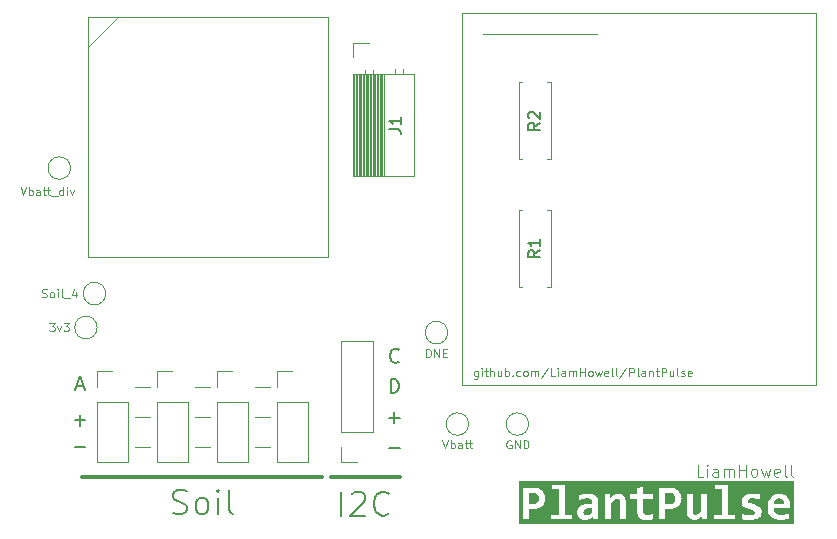
<source format=gbr>
%TF.GenerationSoftware,KiCad,Pcbnew,8.0.0*%
%TF.CreationDate,2024-05-08T00:57:59+10:00*%
%TF.ProjectId,PlantPulse_Node,506c616e-7450-4756-9c73-655f4e6f6465,rev?*%
%TF.SameCoordinates,Original*%
%TF.FileFunction,Legend,Top*%
%TF.FilePolarity,Positive*%
%FSLAX46Y46*%
G04 Gerber Fmt 4.6, Leading zero omitted, Abs format (unit mm)*
G04 Created by KiCad (PCBNEW 8.0.0) date 2024-05-08 00:57:59*
%MOMM*%
%LPD*%
G01*
G04 APERTURE LIST*
%ADD10C,0.100000*%
%ADD11C,0.300000*%
%ADD12C,0.200000*%
%ADD13C,0.400000*%
%ADD14C,0.150000*%
%ADD15C,0.120000*%
G04 APERTURE END LIST*
D10*
X42155000Y-92500000D02*
X43425000Y-92500000D01*
X47235000Y-95040000D02*
X48505000Y-95040000D01*
X47235000Y-92500000D02*
X48505000Y-92500000D01*
X47235000Y-97580000D02*
X48505000Y-97580000D01*
D11*
X37710000Y-100120000D02*
X58030000Y-100120000D01*
D10*
X42155000Y-95040000D02*
X43425000Y-95040000D01*
D11*
X64634000Y-100120000D02*
X58792000Y-100120000D01*
D10*
X52315000Y-92500000D02*
X53585000Y-92500000D01*
X42155000Y-97580000D02*
X43425000Y-97580000D01*
X52315000Y-95040000D02*
X53585000Y-95040000D01*
X52315000Y-97580000D02*
X53585000Y-97580000D01*
X90280074Y-100122419D02*
X89803884Y-100122419D01*
X89803884Y-100122419D02*
X89803884Y-99122419D01*
X90613408Y-100122419D02*
X90613408Y-99455752D01*
X90613408Y-99122419D02*
X90565789Y-99170038D01*
X90565789Y-99170038D02*
X90613408Y-99217657D01*
X90613408Y-99217657D02*
X90661027Y-99170038D01*
X90661027Y-99170038D02*
X90613408Y-99122419D01*
X90613408Y-99122419D02*
X90613408Y-99217657D01*
X91518169Y-100122419D02*
X91518169Y-99598609D01*
X91518169Y-99598609D02*
X91470550Y-99503371D01*
X91470550Y-99503371D02*
X91375312Y-99455752D01*
X91375312Y-99455752D02*
X91184836Y-99455752D01*
X91184836Y-99455752D02*
X91089598Y-99503371D01*
X91518169Y-100074800D02*
X91422931Y-100122419D01*
X91422931Y-100122419D02*
X91184836Y-100122419D01*
X91184836Y-100122419D02*
X91089598Y-100074800D01*
X91089598Y-100074800D02*
X91041979Y-99979561D01*
X91041979Y-99979561D02*
X91041979Y-99884323D01*
X91041979Y-99884323D02*
X91089598Y-99789085D01*
X91089598Y-99789085D02*
X91184836Y-99741466D01*
X91184836Y-99741466D02*
X91422931Y-99741466D01*
X91422931Y-99741466D02*
X91518169Y-99693847D01*
X91994360Y-100122419D02*
X91994360Y-99455752D01*
X91994360Y-99550990D02*
X92041979Y-99503371D01*
X92041979Y-99503371D02*
X92137217Y-99455752D01*
X92137217Y-99455752D02*
X92280074Y-99455752D01*
X92280074Y-99455752D02*
X92375312Y-99503371D01*
X92375312Y-99503371D02*
X92422931Y-99598609D01*
X92422931Y-99598609D02*
X92422931Y-100122419D01*
X92422931Y-99598609D02*
X92470550Y-99503371D01*
X92470550Y-99503371D02*
X92565788Y-99455752D01*
X92565788Y-99455752D02*
X92708645Y-99455752D01*
X92708645Y-99455752D02*
X92803884Y-99503371D01*
X92803884Y-99503371D02*
X92851503Y-99598609D01*
X92851503Y-99598609D02*
X92851503Y-100122419D01*
X93327693Y-100122419D02*
X93327693Y-99122419D01*
X93327693Y-99598609D02*
X93899121Y-99598609D01*
X93899121Y-100122419D02*
X93899121Y-99122419D01*
X94518169Y-100122419D02*
X94422931Y-100074800D01*
X94422931Y-100074800D02*
X94375312Y-100027180D01*
X94375312Y-100027180D02*
X94327693Y-99931942D01*
X94327693Y-99931942D02*
X94327693Y-99646228D01*
X94327693Y-99646228D02*
X94375312Y-99550990D01*
X94375312Y-99550990D02*
X94422931Y-99503371D01*
X94422931Y-99503371D02*
X94518169Y-99455752D01*
X94518169Y-99455752D02*
X94661026Y-99455752D01*
X94661026Y-99455752D02*
X94756264Y-99503371D01*
X94756264Y-99503371D02*
X94803883Y-99550990D01*
X94803883Y-99550990D02*
X94851502Y-99646228D01*
X94851502Y-99646228D02*
X94851502Y-99931942D01*
X94851502Y-99931942D02*
X94803883Y-100027180D01*
X94803883Y-100027180D02*
X94756264Y-100074800D01*
X94756264Y-100074800D02*
X94661026Y-100122419D01*
X94661026Y-100122419D02*
X94518169Y-100122419D01*
X95184836Y-99455752D02*
X95375312Y-100122419D01*
X95375312Y-100122419D02*
X95565788Y-99646228D01*
X95565788Y-99646228D02*
X95756264Y-100122419D01*
X95756264Y-100122419D02*
X95946740Y-99455752D01*
X96708645Y-100074800D02*
X96613407Y-100122419D01*
X96613407Y-100122419D02*
X96422931Y-100122419D01*
X96422931Y-100122419D02*
X96327693Y-100074800D01*
X96327693Y-100074800D02*
X96280074Y-99979561D01*
X96280074Y-99979561D02*
X96280074Y-99598609D01*
X96280074Y-99598609D02*
X96327693Y-99503371D01*
X96327693Y-99503371D02*
X96422931Y-99455752D01*
X96422931Y-99455752D02*
X96613407Y-99455752D01*
X96613407Y-99455752D02*
X96708645Y-99503371D01*
X96708645Y-99503371D02*
X96756264Y-99598609D01*
X96756264Y-99598609D02*
X96756264Y-99693847D01*
X96756264Y-99693847D02*
X96280074Y-99789085D01*
X97327693Y-100122419D02*
X97232455Y-100074800D01*
X97232455Y-100074800D02*
X97184836Y-99979561D01*
X97184836Y-99979561D02*
X97184836Y-99122419D01*
X97851503Y-100122419D02*
X97756265Y-100074800D01*
X97756265Y-100074800D02*
X97708646Y-99979561D01*
X97708646Y-99979561D02*
X97708646Y-99122419D01*
X71170791Y-91160800D02*
X71170791Y-91727467D01*
X71170791Y-91727467D02*
X71137458Y-91794134D01*
X71137458Y-91794134D02*
X71104125Y-91827467D01*
X71104125Y-91827467D02*
X71037458Y-91860800D01*
X71037458Y-91860800D02*
X70937458Y-91860800D01*
X70937458Y-91860800D02*
X70870791Y-91827467D01*
X71170791Y-91594134D02*
X71104125Y-91627467D01*
X71104125Y-91627467D02*
X70970791Y-91627467D01*
X70970791Y-91627467D02*
X70904125Y-91594134D01*
X70904125Y-91594134D02*
X70870791Y-91560800D01*
X70870791Y-91560800D02*
X70837458Y-91494134D01*
X70837458Y-91494134D02*
X70837458Y-91294134D01*
X70837458Y-91294134D02*
X70870791Y-91227467D01*
X70870791Y-91227467D02*
X70904125Y-91194134D01*
X70904125Y-91194134D02*
X70970791Y-91160800D01*
X70970791Y-91160800D02*
X71104125Y-91160800D01*
X71104125Y-91160800D02*
X71170791Y-91194134D01*
X71504124Y-91627467D02*
X71504124Y-91160800D01*
X71504124Y-90927467D02*
X71470791Y-90960800D01*
X71470791Y-90960800D02*
X71504124Y-90994134D01*
X71504124Y-90994134D02*
X71537458Y-90960800D01*
X71537458Y-90960800D02*
X71504124Y-90927467D01*
X71504124Y-90927467D02*
X71504124Y-90994134D01*
X71737457Y-91160800D02*
X72004124Y-91160800D01*
X71837457Y-90927467D02*
X71837457Y-91527467D01*
X71837457Y-91527467D02*
X71870791Y-91594134D01*
X71870791Y-91594134D02*
X71937457Y-91627467D01*
X71937457Y-91627467D02*
X72004124Y-91627467D01*
X72237457Y-91627467D02*
X72237457Y-90927467D01*
X72537457Y-91627467D02*
X72537457Y-91260800D01*
X72537457Y-91260800D02*
X72504124Y-91194134D01*
X72504124Y-91194134D02*
X72437457Y-91160800D01*
X72437457Y-91160800D02*
X72337457Y-91160800D01*
X72337457Y-91160800D02*
X72270791Y-91194134D01*
X72270791Y-91194134D02*
X72237457Y-91227467D01*
X73170790Y-91160800D02*
X73170790Y-91627467D01*
X72870790Y-91160800D02*
X72870790Y-91527467D01*
X72870790Y-91527467D02*
X72904124Y-91594134D01*
X72904124Y-91594134D02*
X72970790Y-91627467D01*
X72970790Y-91627467D02*
X73070790Y-91627467D01*
X73070790Y-91627467D02*
X73137457Y-91594134D01*
X73137457Y-91594134D02*
X73170790Y-91560800D01*
X73504123Y-91627467D02*
X73504123Y-90927467D01*
X73504123Y-91194134D02*
X73570790Y-91160800D01*
X73570790Y-91160800D02*
X73704123Y-91160800D01*
X73704123Y-91160800D02*
X73770790Y-91194134D01*
X73770790Y-91194134D02*
X73804123Y-91227467D01*
X73804123Y-91227467D02*
X73837457Y-91294134D01*
X73837457Y-91294134D02*
X73837457Y-91494134D01*
X73837457Y-91494134D02*
X73804123Y-91560800D01*
X73804123Y-91560800D02*
X73770790Y-91594134D01*
X73770790Y-91594134D02*
X73704123Y-91627467D01*
X73704123Y-91627467D02*
X73570790Y-91627467D01*
X73570790Y-91627467D02*
X73504123Y-91594134D01*
X74137456Y-91560800D02*
X74170790Y-91594134D01*
X74170790Y-91594134D02*
X74137456Y-91627467D01*
X74137456Y-91627467D02*
X74104123Y-91594134D01*
X74104123Y-91594134D02*
X74137456Y-91560800D01*
X74137456Y-91560800D02*
X74137456Y-91627467D01*
X74770789Y-91594134D02*
X74704123Y-91627467D01*
X74704123Y-91627467D02*
X74570789Y-91627467D01*
X74570789Y-91627467D02*
X74504123Y-91594134D01*
X74504123Y-91594134D02*
X74470789Y-91560800D01*
X74470789Y-91560800D02*
X74437456Y-91494134D01*
X74437456Y-91494134D02*
X74437456Y-91294134D01*
X74437456Y-91294134D02*
X74470789Y-91227467D01*
X74470789Y-91227467D02*
X74504123Y-91194134D01*
X74504123Y-91194134D02*
X74570789Y-91160800D01*
X74570789Y-91160800D02*
X74704123Y-91160800D01*
X74704123Y-91160800D02*
X74770789Y-91194134D01*
X75170789Y-91627467D02*
X75104123Y-91594134D01*
X75104123Y-91594134D02*
X75070789Y-91560800D01*
X75070789Y-91560800D02*
X75037456Y-91494134D01*
X75037456Y-91494134D02*
X75037456Y-91294134D01*
X75037456Y-91294134D02*
X75070789Y-91227467D01*
X75070789Y-91227467D02*
X75104123Y-91194134D01*
X75104123Y-91194134D02*
X75170789Y-91160800D01*
X75170789Y-91160800D02*
X75270789Y-91160800D01*
X75270789Y-91160800D02*
X75337456Y-91194134D01*
X75337456Y-91194134D02*
X75370789Y-91227467D01*
X75370789Y-91227467D02*
X75404123Y-91294134D01*
X75404123Y-91294134D02*
X75404123Y-91494134D01*
X75404123Y-91494134D02*
X75370789Y-91560800D01*
X75370789Y-91560800D02*
X75337456Y-91594134D01*
X75337456Y-91594134D02*
X75270789Y-91627467D01*
X75270789Y-91627467D02*
X75170789Y-91627467D01*
X75704122Y-91627467D02*
X75704122Y-91160800D01*
X75704122Y-91227467D02*
X75737456Y-91194134D01*
X75737456Y-91194134D02*
X75804122Y-91160800D01*
X75804122Y-91160800D02*
X75904122Y-91160800D01*
X75904122Y-91160800D02*
X75970789Y-91194134D01*
X75970789Y-91194134D02*
X76004122Y-91260800D01*
X76004122Y-91260800D02*
X76004122Y-91627467D01*
X76004122Y-91260800D02*
X76037456Y-91194134D01*
X76037456Y-91194134D02*
X76104122Y-91160800D01*
X76104122Y-91160800D02*
X76204122Y-91160800D01*
X76204122Y-91160800D02*
X76270789Y-91194134D01*
X76270789Y-91194134D02*
X76304122Y-91260800D01*
X76304122Y-91260800D02*
X76304122Y-91627467D01*
X77137455Y-90894134D02*
X76537455Y-91794134D01*
X77704122Y-91627467D02*
X77370788Y-91627467D01*
X77370788Y-91627467D02*
X77370788Y-90927467D01*
X77937455Y-91627467D02*
X77937455Y-91160800D01*
X77937455Y-90927467D02*
X77904122Y-90960800D01*
X77904122Y-90960800D02*
X77937455Y-90994134D01*
X77937455Y-90994134D02*
X77970789Y-90960800D01*
X77970789Y-90960800D02*
X77937455Y-90927467D01*
X77937455Y-90927467D02*
X77937455Y-90994134D01*
X78570788Y-91627467D02*
X78570788Y-91260800D01*
X78570788Y-91260800D02*
X78537455Y-91194134D01*
X78537455Y-91194134D02*
X78470788Y-91160800D01*
X78470788Y-91160800D02*
X78337455Y-91160800D01*
X78337455Y-91160800D02*
X78270788Y-91194134D01*
X78570788Y-91594134D02*
X78504122Y-91627467D01*
X78504122Y-91627467D02*
X78337455Y-91627467D01*
X78337455Y-91627467D02*
X78270788Y-91594134D01*
X78270788Y-91594134D02*
X78237455Y-91527467D01*
X78237455Y-91527467D02*
X78237455Y-91460800D01*
X78237455Y-91460800D02*
X78270788Y-91394134D01*
X78270788Y-91394134D02*
X78337455Y-91360800D01*
X78337455Y-91360800D02*
X78504122Y-91360800D01*
X78504122Y-91360800D02*
X78570788Y-91327467D01*
X78904121Y-91627467D02*
X78904121Y-91160800D01*
X78904121Y-91227467D02*
X78937455Y-91194134D01*
X78937455Y-91194134D02*
X79004121Y-91160800D01*
X79004121Y-91160800D02*
X79104121Y-91160800D01*
X79104121Y-91160800D02*
X79170788Y-91194134D01*
X79170788Y-91194134D02*
X79204121Y-91260800D01*
X79204121Y-91260800D02*
X79204121Y-91627467D01*
X79204121Y-91260800D02*
X79237455Y-91194134D01*
X79237455Y-91194134D02*
X79304121Y-91160800D01*
X79304121Y-91160800D02*
X79404121Y-91160800D01*
X79404121Y-91160800D02*
X79470788Y-91194134D01*
X79470788Y-91194134D02*
X79504121Y-91260800D01*
X79504121Y-91260800D02*
X79504121Y-91627467D01*
X79837454Y-91627467D02*
X79837454Y-90927467D01*
X79837454Y-91260800D02*
X80237454Y-91260800D01*
X80237454Y-91627467D02*
X80237454Y-90927467D01*
X80670787Y-91627467D02*
X80604121Y-91594134D01*
X80604121Y-91594134D02*
X80570787Y-91560800D01*
X80570787Y-91560800D02*
X80537454Y-91494134D01*
X80537454Y-91494134D02*
X80537454Y-91294134D01*
X80537454Y-91294134D02*
X80570787Y-91227467D01*
X80570787Y-91227467D02*
X80604121Y-91194134D01*
X80604121Y-91194134D02*
X80670787Y-91160800D01*
X80670787Y-91160800D02*
X80770787Y-91160800D01*
X80770787Y-91160800D02*
X80837454Y-91194134D01*
X80837454Y-91194134D02*
X80870787Y-91227467D01*
X80870787Y-91227467D02*
X80904121Y-91294134D01*
X80904121Y-91294134D02*
X80904121Y-91494134D01*
X80904121Y-91494134D02*
X80870787Y-91560800D01*
X80870787Y-91560800D02*
X80837454Y-91594134D01*
X80837454Y-91594134D02*
X80770787Y-91627467D01*
X80770787Y-91627467D02*
X80670787Y-91627467D01*
X81137454Y-91160800D02*
X81270787Y-91627467D01*
X81270787Y-91627467D02*
X81404120Y-91294134D01*
X81404120Y-91294134D02*
X81537454Y-91627467D01*
X81537454Y-91627467D02*
X81670787Y-91160800D01*
X82204120Y-91594134D02*
X82137453Y-91627467D01*
X82137453Y-91627467D02*
X82004120Y-91627467D01*
X82004120Y-91627467D02*
X81937453Y-91594134D01*
X81937453Y-91594134D02*
X81904120Y-91527467D01*
X81904120Y-91527467D02*
X81904120Y-91260800D01*
X81904120Y-91260800D02*
X81937453Y-91194134D01*
X81937453Y-91194134D02*
X82004120Y-91160800D01*
X82004120Y-91160800D02*
X82137453Y-91160800D01*
X82137453Y-91160800D02*
X82204120Y-91194134D01*
X82204120Y-91194134D02*
X82237453Y-91260800D01*
X82237453Y-91260800D02*
X82237453Y-91327467D01*
X82237453Y-91327467D02*
X81904120Y-91394134D01*
X82637453Y-91627467D02*
X82570787Y-91594134D01*
X82570787Y-91594134D02*
X82537453Y-91527467D01*
X82537453Y-91527467D02*
X82537453Y-90927467D01*
X83004120Y-91627467D02*
X82937454Y-91594134D01*
X82937454Y-91594134D02*
X82904120Y-91527467D01*
X82904120Y-91527467D02*
X82904120Y-90927467D01*
X83770787Y-90894134D02*
X83170787Y-91794134D01*
X84004120Y-91627467D02*
X84004120Y-90927467D01*
X84004120Y-90927467D02*
X84270787Y-90927467D01*
X84270787Y-90927467D02*
X84337454Y-90960800D01*
X84337454Y-90960800D02*
X84370787Y-90994134D01*
X84370787Y-90994134D02*
X84404120Y-91060800D01*
X84404120Y-91060800D02*
X84404120Y-91160800D01*
X84404120Y-91160800D02*
X84370787Y-91227467D01*
X84370787Y-91227467D02*
X84337454Y-91260800D01*
X84337454Y-91260800D02*
X84270787Y-91294134D01*
X84270787Y-91294134D02*
X84004120Y-91294134D01*
X84804120Y-91627467D02*
X84737454Y-91594134D01*
X84737454Y-91594134D02*
X84704120Y-91527467D01*
X84704120Y-91527467D02*
X84704120Y-90927467D01*
X85370787Y-91627467D02*
X85370787Y-91260800D01*
X85370787Y-91260800D02*
X85337454Y-91194134D01*
X85337454Y-91194134D02*
X85270787Y-91160800D01*
X85270787Y-91160800D02*
X85137454Y-91160800D01*
X85137454Y-91160800D02*
X85070787Y-91194134D01*
X85370787Y-91594134D02*
X85304121Y-91627467D01*
X85304121Y-91627467D02*
X85137454Y-91627467D01*
X85137454Y-91627467D02*
X85070787Y-91594134D01*
X85070787Y-91594134D02*
X85037454Y-91527467D01*
X85037454Y-91527467D02*
X85037454Y-91460800D01*
X85037454Y-91460800D02*
X85070787Y-91394134D01*
X85070787Y-91394134D02*
X85137454Y-91360800D01*
X85137454Y-91360800D02*
X85304121Y-91360800D01*
X85304121Y-91360800D02*
X85370787Y-91327467D01*
X85704120Y-91160800D02*
X85704120Y-91627467D01*
X85704120Y-91227467D02*
X85737454Y-91194134D01*
X85737454Y-91194134D02*
X85804120Y-91160800D01*
X85804120Y-91160800D02*
X85904120Y-91160800D01*
X85904120Y-91160800D02*
X85970787Y-91194134D01*
X85970787Y-91194134D02*
X86004120Y-91260800D01*
X86004120Y-91260800D02*
X86004120Y-91627467D01*
X86237453Y-91160800D02*
X86504120Y-91160800D01*
X86337453Y-90927467D02*
X86337453Y-91527467D01*
X86337453Y-91527467D02*
X86370787Y-91594134D01*
X86370787Y-91594134D02*
X86437453Y-91627467D01*
X86437453Y-91627467D02*
X86504120Y-91627467D01*
X86737453Y-91627467D02*
X86737453Y-90927467D01*
X86737453Y-90927467D02*
X87004120Y-90927467D01*
X87004120Y-90927467D02*
X87070787Y-90960800D01*
X87070787Y-90960800D02*
X87104120Y-90994134D01*
X87104120Y-90994134D02*
X87137453Y-91060800D01*
X87137453Y-91060800D02*
X87137453Y-91160800D01*
X87137453Y-91160800D02*
X87104120Y-91227467D01*
X87104120Y-91227467D02*
X87070787Y-91260800D01*
X87070787Y-91260800D02*
X87004120Y-91294134D01*
X87004120Y-91294134D02*
X86737453Y-91294134D01*
X87737453Y-91160800D02*
X87737453Y-91627467D01*
X87437453Y-91160800D02*
X87437453Y-91527467D01*
X87437453Y-91527467D02*
X87470787Y-91594134D01*
X87470787Y-91594134D02*
X87537453Y-91627467D01*
X87537453Y-91627467D02*
X87637453Y-91627467D01*
X87637453Y-91627467D02*
X87704120Y-91594134D01*
X87704120Y-91594134D02*
X87737453Y-91560800D01*
X88170786Y-91627467D02*
X88104120Y-91594134D01*
X88104120Y-91594134D02*
X88070786Y-91527467D01*
X88070786Y-91527467D02*
X88070786Y-90927467D01*
X88404120Y-91594134D02*
X88470787Y-91627467D01*
X88470787Y-91627467D02*
X88604120Y-91627467D01*
X88604120Y-91627467D02*
X88670787Y-91594134D01*
X88670787Y-91594134D02*
X88704120Y-91527467D01*
X88704120Y-91527467D02*
X88704120Y-91494134D01*
X88704120Y-91494134D02*
X88670787Y-91427467D01*
X88670787Y-91427467D02*
X88604120Y-91394134D01*
X88604120Y-91394134D02*
X88504120Y-91394134D01*
X88504120Y-91394134D02*
X88437453Y-91360800D01*
X88437453Y-91360800D02*
X88404120Y-91294134D01*
X88404120Y-91294134D02*
X88404120Y-91260800D01*
X88404120Y-91260800D02*
X88437453Y-91194134D01*
X88437453Y-91194134D02*
X88504120Y-91160800D01*
X88504120Y-91160800D02*
X88604120Y-91160800D01*
X88604120Y-91160800D02*
X88670787Y-91194134D01*
X89270787Y-91594134D02*
X89204120Y-91627467D01*
X89204120Y-91627467D02*
X89070787Y-91627467D01*
X89070787Y-91627467D02*
X89004120Y-91594134D01*
X89004120Y-91594134D02*
X88970787Y-91527467D01*
X88970787Y-91527467D02*
X88970787Y-91260800D01*
X88970787Y-91260800D02*
X89004120Y-91194134D01*
X89004120Y-91194134D02*
X89070787Y-91160800D01*
X89070787Y-91160800D02*
X89204120Y-91160800D01*
X89204120Y-91160800D02*
X89270787Y-91194134D01*
X89270787Y-91194134D02*
X89304120Y-91260800D01*
X89304120Y-91260800D02*
X89304120Y-91327467D01*
X89304120Y-91327467D02*
X88970787Y-91394134D01*
D12*
X63668857Y-97667600D02*
X64583143Y-97667600D01*
X59633619Y-103420838D02*
X59633619Y-101420838D01*
X60490762Y-101611314D02*
X60586000Y-101516076D01*
X60586000Y-101516076D02*
X60776476Y-101420838D01*
X60776476Y-101420838D02*
X61252667Y-101420838D01*
X61252667Y-101420838D02*
X61443143Y-101516076D01*
X61443143Y-101516076D02*
X61538381Y-101611314D01*
X61538381Y-101611314D02*
X61633619Y-101801790D01*
X61633619Y-101801790D02*
X61633619Y-101992266D01*
X61633619Y-101992266D02*
X61538381Y-102277980D01*
X61538381Y-102277980D02*
X60395524Y-103420838D01*
X60395524Y-103420838D02*
X61633619Y-103420838D01*
X63633619Y-103230361D02*
X63538381Y-103325600D01*
X63538381Y-103325600D02*
X63252667Y-103420838D01*
X63252667Y-103420838D02*
X63062191Y-103420838D01*
X63062191Y-103420838D02*
X62776476Y-103325600D01*
X62776476Y-103325600D02*
X62586000Y-103135123D01*
X62586000Y-103135123D02*
X62490762Y-102944647D01*
X62490762Y-102944647D02*
X62395524Y-102563695D01*
X62395524Y-102563695D02*
X62395524Y-102277980D01*
X62395524Y-102277980D02*
X62490762Y-101897028D01*
X62490762Y-101897028D02*
X62586000Y-101706552D01*
X62586000Y-101706552D02*
X62776476Y-101516076D01*
X62776476Y-101516076D02*
X63062191Y-101420838D01*
X63062191Y-101420838D02*
X63252667Y-101420838D01*
X63252667Y-101420838D02*
X63538381Y-101516076D01*
X63538381Y-101516076D02*
X63633619Y-101611314D01*
X63811714Y-93044742D02*
X63811714Y-91844742D01*
X63811714Y-91844742D02*
X64097428Y-91844742D01*
X64097428Y-91844742D02*
X64268857Y-91901885D01*
X64268857Y-91901885D02*
X64383142Y-92016171D01*
X64383142Y-92016171D02*
X64440285Y-92130457D01*
X64440285Y-92130457D02*
X64497428Y-92359028D01*
X64497428Y-92359028D02*
X64497428Y-92530457D01*
X64497428Y-92530457D02*
X64440285Y-92759028D01*
X64440285Y-92759028D02*
X64383142Y-92873314D01*
X64383142Y-92873314D02*
X64268857Y-92987600D01*
X64268857Y-92987600D02*
X64097428Y-93044742D01*
X64097428Y-93044742D02*
X63811714Y-93044742D01*
X37214286Y-92476885D02*
X37785715Y-92476885D01*
X37100000Y-92819742D02*
X37500000Y-91619742D01*
X37500000Y-91619742D02*
X37900000Y-92819742D01*
X63668857Y-95127600D02*
X64583143Y-95127600D01*
X64126000Y-95584742D02*
X64126000Y-94670457D01*
X37042857Y-97612600D02*
X37957143Y-97612600D01*
X45393809Y-103174600D02*
X45679523Y-103269838D01*
X45679523Y-103269838D02*
X46155714Y-103269838D01*
X46155714Y-103269838D02*
X46346190Y-103174600D01*
X46346190Y-103174600D02*
X46441428Y-103079361D01*
X46441428Y-103079361D02*
X46536666Y-102888885D01*
X46536666Y-102888885D02*
X46536666Y-102698409D01*
X46536666Y-102698409D02*
X46441428Y-102507933D01*
X46441428Y-102507933D02*
X46346190Y-102412695D01*
X46346190Y-102412695D02*
X46155714Y-102317457D01*
X46155714Y-102317457D02*
X45774761Y-102222219D01*
X45774761Y-102222219D02*
X45584285Y-102126980D01*
X45584285Y-102126980D02*
X45489047Y-102031742D01*
X45489047Y-102031742D02*
X45393809Y-101841266D01*
X45393809Y-101841266D02*
X45393809Y-101650790D01*
X45393809Y-101650790D02*
X45489047Y-101460314D01*
X45489047Y-101460314D02*
X45584285Y-101365076D01*
X45584285Y-101365076D02*
X45774761Y-101269838D01*
X45774761Y-101269838D02*
X46250952Y-101269838D01*
X46250952Y-101269838D02*
X46536666Y-101365076D01*
X47679523Y-103269838D02*
X47489047Y-103174600D01*
X47489047Y-103174600D02*
X47393809Y-103079361D01*
X47393809Y-103079361D02*
X47298571Y-102888885D01*
X47298571Y-102888885D02*
X47298571Y-102317457D01*
X47298571Y-102317457D02*
X47393809Y-102126980D01*
X47393809Y-102126980D02*
X47489047Y-102031742D01*
X47489047Y-102031742D02*
X47679523Y-101936504D01*
X47679523Y-101936504D02*
X47965238Y-101936504D01*
X47965238Y-101936504D02*
X48155714Y-102031742D01*
X48155714Y-102031742D02*
X48250952Y-102126980D01*
X48250952Y-102126980D02*
X48346190Y-102317457D01*
X48346190Y-102317457D02*
X48346190Y-102888885D01*
X48346190Y-102888885D02*
X48250952Y-103079361D01*
X48250952Y-103079361D02*
X48155714Y-103174600D01*
X48155714Y-103174600D02*
X47965238Y-103269838D01*
X47965238Y-103269838D02*
X47679523Y-103269838D01*
X49203333Y-103269838D02*
X49203333Y-101936504D01*
X49203333Y-101269838D02*
X49108095Y-101365076D01*
X49108095Y-101365076D02*
X49203333Y-101460314D01*
X49203333Y-101460314D02*
X49298571Y-101365076D01*
X49298571Y-101365076D02*
X49203333Y-101269838D01*
X49203333Y-101269838D02*
X49203333Y-101460314D01*
X50441428Y-103269838D02*
X50250952Y-103174600D01*
X50250952Y-103174600D02*
X50155714Y-102984123D01*
X50155714Y-102984123D02*
X50155714Y-101269838D01*
X37042857Y-95362600D02*
X37957143Y-95362600D01*
X37500000Y-95819742D02*
X37500000Y-94905457D01*
X64497428Y-90390457D02*
X64440285Y-90447600D01*
X64440285Y-90447600D02*
X64268857Y-90504742D01*
X64268857Y-90504742D02*
X64154571Y-90504742D01*
X64154571Y-90504742D02*
X63983142Y-90447600D01*
X63983142Y-90447600D02*
X63868857Y-90333314D01*
X63868857Y-90333314D02*
X63811714Y-90219028D01*
X63811714Y-90219028D02*
X63754571Y-89990457D01*
X63754571Y-89990457D02*
X63754571Y-89819028D01*
X63754571Y-89819028D02*
X63811714Y-89590457D01*
X63811714Y-89590457D02*
X63868857Y-89476171D01*
X63868857Y-89476171D02*
X63983142Y-89361885D01*
X63983142Y-89361885D02*
X64154571Y-89304742D01*
X64154571Y-89304742D02*
X64268857Y-89304742D01*
X64268857Y-89304742D02*
X64440285Y-89361885D01*
X64440285Y-89361885D02*
X64497428Y-89419028D01*
D13*
G36*
X80890265Y-103099595D02*
G01*
X80864910Y-103127154D01*
X80759656Y-103232585D01*
X80640404Y-103331137D01*
X80570666Y-103373641D01*
X80422784Y-103411737D01*
X80332069Y-103403339D01*
X80197836Y-103340662D01*
X80147827Y-103278289D01*
X80115771Y-103134033D01*
X80141416Y-103006538D01*
X80222749Y-102901025D01*
X80233480Y-102892544D01*
X80367096Y-102828485D01*
X80432639Y-102813467D01*
X80583251Y-102802107D01*
X80890265Y-102802107D01*
X80890265Y-103099595D01*
G37*
G36*
X96711328Y-101958248D02*
G01*
X96856420Y-101985847D01*
X96865779Y-101989445D01*
X96988311Y-102071577D01*
X97005563Y-102090435D01*
X97077704Y-102218855D01*
X97094948Y-102277273D01*
X97109211Y-102426950D01*
X96239462Y-102426950D01*
X96248975Y-102359580D01*
X96296314Y-102207526D01*
X96383810Y-102081102D01*
X96407215Y-102059103D01*
X96542208Y-101981565D01*
X96695219Y-101958004D01*
X96711328Y-101958248D01*
G37*
G36*
X75907825Y-101493694D02*
G01*
X76054256Y-101522030D01*
X76098665Y-101537823D01*
X76228646Y-101616552D01*
X76253238Y-101640560D01*
X76331228Y-101766029D01*
X76346294Y-101810863D01*
X76365666Y-101960202D01*
X76362826Y-102024054D01*
X76329762Y-102171960D01*
X76312442Y-102212052D01*
X76224249Y-102334626D01*
X76187796Y-102366362D01*
X76054256Y-102437941D01*
X75974091Y-102459820D01*
X75821249Y-102473845D01*
X75539148Y-102473845D01*
X75539148Y-101489057D01*
X75805129Y-101489057D01*
X75907825Y-101493694D01*
G37*
G36*
X87440972Y-101493694D02*
G01*
X87587404Y-101522030D01*
X87631812Y-101537823D01*
X87761793Y-101616552D01*
X87786385Y-101640560D01*
X87864375Y-101766029D01*
X87879442Y-101810863D01*
X87898813Y-101960202D01*
X87895973Y-102024054D01*
X87862909Y-102171960D01*
X87845589Y-102212052D01*
X87757397Y-102334626D01*
X87720943Y-102366362D01*
X87587404Y-102437941D01*
X87507238Y-102459820D01*
X87354396Y-102473845D01*
X87072295Y-102473845D01*
X87072295Y-101489057D01*
X87338276Y-101489057D01*
X87440972Y-101493694D01*
G37*
G36*
X97953256Y-104120227D02*
G01*
X74695103Y-104120227D01*
X74695103Y-101067006D01*
X75028436Y-101067006D01*
X75028436Y-101489057D01*
X75028436Y-103740000D01*
X75539148Y-103740000D01*
X77355582Y-103740000D01*
X79138311Y-103740000D01*
X79138311Y-103364842D01*
X78534542Y-103364842D01*
X78534542Y-103125973D01*
X79588206Y-103125973D01*
X79588725Y-103134033D01*
X79596200Y-103250073D01*
X79629972Y-103395617D01*
X79667409Y-103481896D01*
X79754535Y-103603712D01*
X79828218Y-103667674D01*
X79958967Y-103738534D01*
X80090491Y-103774804D01*
X80241800Y-103786894D01*
X80315502Y-103784533D01*
X80464549Y-103762714D01*
X80514833Y-103749708D01*
X80653593Y-103695303D01*
X80690719Y-103675368D01*
X80811863Y-103592721D01*
X80843283Y-103566194D01*
X80950348Y-103462295D01*
X80962805Y-103740000D01*
X81392916Y-103740000D01*
X81956385Y-103740000D01*
X82459036Y-103740000D01*
X82459036Y-102393977D01*
X82507208Y-102329285D01*
X82600768Y-102215667D01*
X82705233Y-102109678D01*
X82801707Y-102041837D01*
X82949232Y-102004898D01*
X82964965Y-102005240D01*
X83114802Y-102062581D01*
X83188971Y-102201499D01*
X83204954Y-102354410D01*
X83204954Y-103740000D01*
X83708339Y-103740000D01*
X83708339Y-102322903D01*
X83708299Y-102312401D01*
X83698264Y-102162435D01*
X83668039Y-102018087D01*
X83663047Y-102004898D01*
X84098150Y-102004898D01*
X84660886Y-102004898D01*
X84660886Y-103046106D01*
X84661291Y-103081775D01*
X84673914Y-103235968D01*
X84707048Y-103378764D01*
X84757758Y-103491324D01*
X84851395Y-103608841D01*
X84962404Y-103687426D01*
X85099057Y-103742930D01*
X85157095Y-103757871D01*
X85307942Y-103780712D01*
X85454431Y-103786894D01*
X85565448Y-103784370D01*
X85716015Y-103773705D01*
X85844836Y-103760095D01*
X85990055Y-103740000D01*
X85990055Y-103317948D01*
X85921049Y-103330109D01*
X85775366Y-103350921D01*
X85686511Y-103359404D01*
X85534298Y-103364842D01*
X85386215Y-103347171D01*
X85258060Y-103272519D01*
X85194026Y-103149037D01*
X85175994Y-102999211D01*
X85175994Y-102004898D01*
X85990055Y-102004898D01*
X85990055Y-101629741D01*
X85175994Y-101629741D01*
X85175994Y-101067006D01*
X86561584Y-101067006D01*
X86561584Y-101489057D01*
X86561584Y-103740000D01*
X87072295Y-103740000D01*
X87072295Y-102895896D01*
X87330216Y-102895896D01*
X87347142Y-102895826D01*
X87509315Y-102887411D01*
X87658608Y-102864971D01*
X87807955Y-102824089D01*
X87895059Y-102789618D01*
X88029046Y-102717799D01*
X88152337Y-102621856D01*
X88201848Y-102571272D01*
X88292507Y-102450185D01*
X88360432Y-102313377D01*
X88391207Y-102222336D01*
X88420882Y-102078217D01*
X88430774Y-101925031D01*
X88429039Y-101861604D01*
X88408286Y-101707411D01*
X88382915Y-101629741D01*
X88871877Y-101629741D01*
X88871877Y-103045373D01*
X88871916Y-103055874D01*
X88881952Y-103205840D01*
X88912177Y-103350188D01*
X88951451Y-103454038D01*
X89032344Y-103583196D01*
X89104362Y-103655120D01*
X89233112Y-103734138D01*
X89364087Y-103773705D01*
X89515212Y-103786894D01*
X89577532Y-103784808D01*
X89722575Y-103760516D01*
X89757230Y-103750178D01*
X89895498Y-103688709D01*
X89924788Y-103670453D01*
X90042777Y-103575868D01*
X90076711Y-103541659D01*
X90176866Y-103428590D01*
X90189323Y-103740000D01*
X90623831Y-103740000D01*
X91195359Y-103740000D01*
X92978087Y-103740000D01*
X93524703Y-103740000D01*
X93576724Y-103746829D01*
X93727712Y-103763098D01*
X93874947Y-103774438D01*
X93982817Y-103780459D01*
X94137824Y-103785422D01*
X94291137Y-103786894D01*
X94334253Y-103786322D01*
X94483358Y-103775302D01*
X94629658Y-103750258D01*
X94640018Y-103747971D01*
X94787011Y-103703363D01*
X94926413Y-103634487D01*
X95044565Y-103542163D01*
X95136706Y-103426392D01*
X95146377Y-103410246D01*
X95201286Y-103266036D01*
X95216573Y-103117913D01*
X95213353Y-103044082D01*
X95183600Y-102900293D01*
X95161691Y-102847980D01*
X95075157Y-102729567D01*
X95072557Y-102727369D01*
X95719958Y-102727369D01*
X95726755Y-102883474D01*
X95749936Y-103041306D01*
X95789567Y-103184591D01*
X95823287Y-103267809D01*
X95894796Y-103396437D01*
X95991800Y-103515785D01*
X96052272Y-103571328D01*
X96179275Y-103657922D01*
X96313468Y-103718750D01*
X96436872Y-103754686D01*
X96583692Y-103778842D01*
X96742114Y-103786894D01*
X96789787Y-103786482D01*
X96937752Y-103780300D01*
X96988173Y-103776590D01*
X97137787Y-103760516D01*
X97180854Y-103754570D01*
X97331228Y-103730474D01*
X97360426Y-103725118D01*
X97506350Y-103693105D01*
X97506350Y-103271053D01*
X97448054Y-103285944D01*
X97299497Y-103318297D01*
X97144382Y-103342861D01*
X97112008Y-103346789D01*
X96965869Y-103360012D01*
X96818318Y-103364842D01*
X96722697Y-103359690D01*
X96577983Y-103328206D01*
X96519417Y-103304578D01*
X96391870Y-103220495D01*
X96347148Y-103172782D01*
X96272435Y-103044640D01*
X96245393Y-102954064D01*
X96230669Y-102802107D01*
X97607466Y-102802107D01*
X97607875Y-102797609D01*
X97616992Y-102648234D01*
X97619923Y-102513412D01*
X97617810Y-102438184D01*
X97598741Y-102283144D01*
X97559839Y-102138988D01*
X97544120Y-102097039D01*
X97475217Y-101961759D01*
X97384717Y-101844431D01*
X97355076Y-101814332D01*
X97237447Y-101722509D01*
X97098220Y-101651723D01*
X96998072Y-101618428D01*
X96851738Y-101590985D01*
X96704745Y-101582847D01*
X96595248Y-101587976D01*
X96440791Y-101614904D01*
X96298080Y-101664912D01*
X96220853Y-101704112D01*
X96091199Y-101794399D01*
X95987404Y-101897920D01*
X95920209Y-101987223D01*
X95844680Y-102121261D01*
X95789567Y-102259155D01*
X95785284Y-102272389D01*
X95747149Y-102423916D01*
X95746729Y-102426950D01*
X95726755Y-102571134D01*
X95719958Y-102727369D01*
X95072557Y-102727369D01*
X95006329Y-102671381D01*
X94876587Y-102595478D01*
X94860882Y-102588087D01*
X94718962Y-102531026D01*
X94571039Y-102484103D01*
X94450938Y-102448401D01*
X94312386Y-102400572D01*
X94294487Y-102393322D01*
X94159979Y-102326566D01*
X94086706Y-102253293D01*
X94068387Y-102168297D01*
X94071685Y-102132722D01*
X94162177Y-102013691D01*
X94263467Y-101973720D01*
X94410572Y-101958004D01*
X94420237Y-101958024D01*
X94575667Y-101964001D01*
X94722714Y-101979253D01*
X94772481Y-101986627D01*
X94917538Y-102015077D01*
X95059769Y-102051793D01*
X95059769Y-101629741D01*
X94942132Y-101613899D01*
X94790125Y-101597501D01*
X94741389Y-101593279D01*
X94593126Y-101585265D01*
X94439881Y-101582847D01*
X94342348Y-101585231D01*
X94188200Y-101600412D01*
X94039811Y-101632672D01*
X94029195Y-101635822D01*
X93883007Y-101691657D01*
X93754047Y-101768960D01*
X93670485Y-101843331D01*
X93581856Y-101968995D01*
X93544852Y-102064287D01*
X93524703Y-102212260D01*
X93529205Y-102299457D01*
X93562805Y-102443803D01*
X93587251Y-102497532D01*
X93677110Y-102617459D01*
X93739930Y-102670731D01*
X93869818Y-102747152D01*
X93995847Y-102799359D01*
X94140928Y-102846071D01*
X94266024Y-102883317D01*
X94410572Y-102932533D01*
X94435668Y-102942035D01*
X94570307Y-103007271D01*
X94647976Y-103082742D01*
X94668492Y-103169937D01*
X94660726Y-103227336D01*
X94570307Y-103345059D01*
X94428910Y-103398974D01*
X94275017Y-103411737D01*
X94220917Y-103410932D01*
X94063919Y-103400113D01*
X93910851Y-103378764D01*
X93814451Y-103359393D01*
X93669680Y-103320890D01*
X93524703Y-103271053D01*
X93524703Y-103740000D01*
X92978087Y-103740000D01*
X92978087Y-103364842D01*
X92374319Y-103364842D01*
X92374319Y-100832533D01*
X91267166Y-100832533D01*
X91267166Y-101207690D01*
X91858478Y-101207690D01*
X91858478Y-103364842D01*
X91195359Y-103364842D01*
X91195359Y-103740000D01*
X90623831Y-103740000D01*
X90623831Y-101629741D01*
X90121179Y-101629741D01*
X90121179Y-102973565D01*
X90073008Y-103038532D01*
X89979447Y-103152700D01*
X89874982Y-103259330D01*
X89778872Y-103327645D01*
X89633182Y-103364842D01*
X89565092Y-103357829D01*
X89439009Y-103276182D01*
X89391198Y-103165907D01*
X89375261Y-103013866D01*
X89375261Y-101629741D01*
X88871877Y-101629741D01*
X88382915Y-101629741D01*
X88359699Y-101558667D01*
X88340900Y-101519523D01*
X88258875Y-101394962D01*
X88151605Y-101289755D01*
X88088573Y-101244515D01*
X87955142Y-101173893D01*
X87813084Y-101124159D01*
X87800477Y-101120642D01*
X87653956Y-101089331D01*
X87508283Y-101072587D01*
X87350732Y-101067006D01*
X86561584Y-101067006D01*
X85175994Y-101067006D01*
X85175994Y-100973217D01*
X84660886Y-101104375D01*
X84660886Y-101629741D01*
X84098150Y-101629741D01*
X84098150Y-102004898D01*
X83663047Y-102004898D01*
X83628644Y-101914005D01*
X83547138Y-101785812D01*
X83475595Y-101714483D01*
X83347103Y-101636336D01*
X83217411Y-101596219D01*
X83067201Y-101582847D01*
X83003877Y-101584817D01*
X82858374Y-101607759D01*
X82824164Y-101617875D01*
X82685450Y-101679567D01*
X82650998Y-101701030D01*
X82535973Y-101793140D01*
X82501855Y-101827395D01*
X82403349Y-101941151D01*
X82390893Y-101629741D01*
X81956385Y-101629741D01*
X81956385Y-103740000D01*
X81392916Y-103740000D01*
X81392916Y-102297990D01*
X81392866Y-102286859D01*
X81379911Y-102130378D01*
X81340893Y-101985115D01*
X81285074Y-101876342D01*
X81181158Y-101761632D01*
X81049964Y-101679267D01*
X80906385Y-101627543D01*
X80807550Y-101605937D01*
X80659361Y-101588128D01*
X80507048Y-101582847D01*
X80401764Y-101584541D01*
X80247444Y-101593437D01*
X80097452Y-101609958D01*
X80049081Y-101616770D01*
X79901836Y-101641914D01*
X79750872Y-101676636D01*
X79750872Y-102098688D01*
X79814731Y-102074739D01*
X79955743Y-102030098D01*
X80100383Y-101995373D01*
X80168158Y-101982673D01*
X80316240Y-101964171D01*
X80466015Y-101958004D01*
X80515518Y-101959161D01*
X80663119Y-101982184D01*
X80794277Y-102051060D01*
X80867550Y-102160237D01*
X80890265Y-102303119D01*
X80890265Y-102426950D01*
X80616224Y-102426950D01*
X80475594Y-102431123D01*
X80318038Y-102447558D01*
X80164131Y-102479706D01*
X80116950Y-102493514D01*
X79977370Y-102546927D01*
X79842463Y-102624787D01*
X79736579Y-102719390D01*
X79651221Y-102846071D01*
X79603960Y-102980160D01*
X79588206Y-103125973D01*
X78534542Y-103125973D01*
X78534542Y-100832533D01*
X77427390Y-100832533D01*
X77427390Y-101207690D01*
X78018702Y-101207690D01*
X78018702Y-103364842D01*
X77355582Y-103364842D01*
X77355582Y-103740000D01*
X75539148Y-103740000D01*
X75539148Y-102895896D01*
X75797069Y-102895896D01*
X75813994Y-102895826D01*
X75976168Y-102887411D01*
X76125461Y-102864971D01*
X76274808Y-102824089D01*
X76361912Y-102789618D01*
X76495898Y-102717799D01*
X76619190Y-102621856D01*
X76668701Y-102571272D01*
X76759360Y-102450185D01*
X76827285Y-102313377D01*
X76858060Y-102222336D01*
X76887735Y-102078217D01*
X76897627Y-101925031D01*
X76895892Y-101861604D01*
X76875138Y-101707411D01*
X76826552Y-101558667D01*
X76807753Y-101519523D01*
X76725728Y-101394962D01*
X76618457Y-101289755D01*
X76555425Y-101244515D01*
X76421994Y-101173893D01*
X76279937Y-101124159D01*
X76267329Y-101120642D01*
X76120809Y-101089331D01*
X75975136Y-101072587D01*
X75817585Y-101067006D01*
X75028436Y-101067006D01*
X74695103Y-101067006D01*
X74695103Y-100499200D01*
X97953256Y-100499200D01*
X97953256Y-104120227D01*
G37*
D10*
X34916667Y-87118633D02*
X35350000Y-87118633D01*
X35350000Y-87118633D02*
X35116667Y-87385300D01*
X35116667Y-87385300D02*
X35216667Y-87385300D01*
X35216667Y-87385300D02*
X35283333Y-87418633D01*
X35283333Y-87418633D02*
X35316667Y-87451966D01*
X35316667Y-87451966D02*
X35350000Y-87518633D01*
X35350000Y-87518633D02*
X35350000Y-87685300D01*
X35350000Y-87685300D02*
X35316667Y-87751966D01*
X35316667Y-87751966D02*
X35283333Y-87785300D01*
X35283333Y-87785300D02*
X35216667Y-87818633D01*
X35216667Y-87818633D02*
X35016667Y-87818633D01*
X35016667Y-87818633D02*
X34950000Y-87785300D01*
X34950000Y-87785300D02*
X34916667Y-87751966D01*
X35583334Y-87351966D02*
X35750000Y-87818633D01*
X35750000Y-87818633D02*
X35916667Y-87351966D01*
X36116667Y-87118633D02*
X36550000Y-87118633D01*
X36550000Y-87118633D02*
X36316667Y-87385300D01*
X36316667Y-87385300D02*
X36416667Y-87385300D01*
X36416667Y-87385300D02*
X36483333Y-87418633D01*
X36483333Y-87418633D02*
X36516667Y-87451966D01*
X36516667Y-87451966D02*
X36550000Y-87518633D01*
X36550000Y-87518633D02*
X36550000Y-87685300D01*
X36550000Y-87685300D02*
X36516667Y-87751966D01*
X36516667Y-87751966D02*
X36483333Y-87785300D01*
X36483333Y-87785300D02*
X36416667Y-87818633D01*
X36416667Y-87818633D02*
X36216667Y-87818633D01*
X36216667Y-87818633D02*
X36150000Y-87785300D01*
X36150000Y-87785300D02*
X36116667Y-87751966D01*
D14*
X76430819Y-80976666D02*
X75954628Y-81309999D01*
X76430819Y-81548094D02*
X75430819Y-81548094D01*
X75430819Y-81548094D02*
X75430819Y-81167142D01*
X75430819Y-81167142D02*
X75478438Y-81071904D01*
X75478438Y-81071904D02*
X75526057Y-81024285D01*
X75526057Y-81024285D02*
X75621295Y-80976666D01*
X75621295Y-80976666D02*
X75764152Y-80976666D01*
X75764152Y-80976666D02*
X75859390Y-81024285D01*
X75859390Y-81024285D02*
X75907009Y-81071904D01*
X75907009Y-81071904D02*
X75954628Y-81167142D01*
X75954628Y-81167142D02*
X75954628Y-81548094D01*
X76430819Y-80024285D02*
X76430819Y-80595713D01*
X76430819Y-80309999D02*
X75430819Y-80309999D01*
X75430819Y-80309999D02*
X75573676Y-80405237D01*
X75573676Y-80405237D02*
X75668914Y-80500475D01*
X75668914Y-80500475D02*
X75716533Y-80595713D01*
X63680819Y-70709333D02*
X64395104Y-70709333D01*
X64395104Y-70709333D02*
X64537961Y-70756952D01*
X64537961Y-70756952D02*
X64633200Y-70852190D01*
X64633200Y-70852190D02*
X64680819Y-70995047D01*
X64680819Y-70995047D02*
X64680819Y-71090285D01*
X64680819Y-69709333D02*
X64680819Y-70280761D01*
X64680819Y-69995047D02*
X63680819Y-69995047D01*
X63680819Y-69995047D02*
X63823676Y-70090285D01*
X63823676Y-70090285D02*
X63918914Y-70185523D01*
X63918914Y-70185523D02*
X63966533Y-70280761D01*
D10*
X68193333Y-97043633D02*
X68426667Y-97743633D01*
X68426667Y-97743633D02*
X68660000Y-97043633D01*
X68893333Y-97743633D02*
X68893333Y-97043633D01*
X68893333Y-97310300D02*
X68960000Y-97276966D01*
X68960000Y-97276966D02*
X69093333Y-97276966D01*
X69093333Y-97276966D02*
X69160000Y-97310300D01*
X69160000Y-97310300D02*
X69193333Y-97343633D01*
X69193333Y-97343633D02*
X69226667Y-97410300D01*
X69226667Y-97410300D02*
X69226667Y-97610300D01*
X69226667Y-97610300D02*
X69193333Y-97676966D01*
X69193333Y-97676966D02*
X69160000Y-97710300D01*
X69160000Y-97710300D02*
X69093333Y-97743633D01*
X69093333Y-97743633D02*
X68960000Y-97743633D01*
X68960000Y-97743633D02*
X68893333Y-97710300D01*
X69826666Y-97743633D02*
X69826666Y-97376966D01*
X69826666Y-97376966D02*
X69793333Y-97310300D01*
X69793333Y-97310300D02*
X69726666Y-97276966D01*
X69726666Y-97276966D02*
X69593333Y-97276966D01*
X69593333Y-97276966D02*
X69526666Y-97310300D01*
X69826666Y-97710300D02*
X69760000Y-97743633D01*
X69760000Y-97743633D02*
X69593333Y-97743633D01*
X69593333Y-97743633D02*
X69526666Y-97710300D01*
X69526666Y-97710300D02*
X69493333Y-97643633D01*
X69493333Y-97643633D02*
X69493333Y-97576966D01*
X69493333Y-97576966D02*
X69526666Y-97510300D01*
X69526666Y-97510300D02*
X69593333Y-97476966D01*
X69593333Y-97476966D02*
X69760000Y-97476966D01*
X69760000Y-97476966D02*
X69826666Y-97443633D01*
X70059999Y-97276966D02*
X70326666Y-97276966D01*
X70159999Y-97043633D02*
X70159999Y-97643633D01*
X70159999Y-97643633D02*
X70193333Y-97710300D01*
X70193333Y-97710300D02*
X70259999Y-97743633D01*
X70259999Y-97743633D02*
X70326666Y-97743633D01*
X70459999Y-97276966D02*
X70726666Y-97276966D01*
X70559999Y-97043633D02*
X70559999Y-97643633D01*
X70559999Y-97643633D02*
X70593333Y-97710300D01*
X70593333Y-97710300D02*
X70659999Y-97743633D01*
X70659999Y-97743633D02*
X70726666Y-97743633D01*
X32466667Y-75618633D02*
X32700001Y-76318633D01*
X32700001Y-76318633D02*
X32933334Y-75618633D01*
X33166667Y-76318633D02*
X33166667Y-75618633D01*
X33166667Y-75885300D02*
X33233334Y-75851966D01*
X33233334Y-75851966D02*
X33366667Y-75851966D01*
X33366667Y-75851966D02*
X33433334Y-75885300D01*
X33433334Y-75885300D02*
X33466667Y-75918633D01*
X33466667Y-75918633D02*
X33500001Y-75985300D01*
X33500001Y-75985300D02*
X33500001Y-76185300D01*
X33500001Y-76185300D02*
X33466667Y-76251966D01*
X33466667Y-76251966D02*
X33433334Y-76285300D01*
X33433334Y-76285300D02*
X33366667Y-76318633D01*
X33366667Y-76318633D02*
X33233334Y-76318633D01*
X33233334Y-76318633D02*
X33166667Y-76285300D01*
X34100000Y-76318633D02*
X34100000Y-75951966D01*
X34100000Y-75951966D02*
X34066667Y-75885300D01*
X34066667Y-75885300D02*
X34000000Y-75851966D01*
X34000000Y-75851966D02*
X33866667Y-75851966D01*
X33866667Y-75851966D02*
X33800000Y-75885300D01*
X34100000Y-76285300D02*
X34033334Y-76318633D01*
X34033334Y-76318633D02*
X33866667Y-76318633D01*
X33866667Y-76318633D02*
X33800000Y-76285300D01*
X33800000Y-76285300D02*
X33766667Y-76218633D01*
X33766667Y-76218633D02*
X33766667Y-76151966D01*
X33766667Y-76151966D02*
X33800000Y-76085300D01*
X33800000Y-76085300D02*
X33866667Y-76051966D01*
X33866667Y-76051966D02*
X34033334Y-76051966D01*
X34033334Y-76051966D02*
X34100000Y-76018633D01*
X34333333Y-75851966D02*
X34600000Y-75851966D01*
X34433333Y-75618633D02*
X34433333Y-76218633D01*
X34433333Y-76218633D02*
X34466667Y-76285300D01*
X34466667Y-76285300D02*
X34533333Y-76318633D01*
X34533333Y-76318633D02*
X34600000Y-76318633D01*
X34733333Y-75851966D02*
X35000000Y-75851966D01*
X34833333Y-75618633D02*
X34833333Y-76218633D01*
X34833333Y-76218633D02*
X34866667Y-76285300D01*
X34866667Y-76285300D02*
X34933333Y-76318633D01*
X34933333Y-76318633D02*
X35000000Y-76318633D01*
X35066667Y-76385300D02*
X35600000Y-76385300D01*
X36066666Y-76318633D02*
X36066666Y-75618633D01*
X36066666Y-76285300D02*
X36000000Y-76318633D01*
X36000000Y-76318633D02*
X35866666Y-76318633D01*
X35866666Y-76318633D02*
X35800000Y-76285300D01*
X35800000Y-76285300D02*
X35766666Y-76251966D01*
X35766666Y-76251966D02*
X35733333Y-76185300D01*
X35733333Y-76185300D02*
X35733333Y-75985300D01*
X35733333Y-75985300D02*
X35766666Y-75918633D01*
X35766666Y-75918633D02*
X35800000Y-75885300D01*
X35800000Y-75885300D02*
X35866666Y-75851966D01*
X35866666Y-75851966D02*
X36000000Y-75851966D01*
X36000000Y-75851966D02*
X36066666Y-75885300D01*
X36399999Y-76318633D02*
X36399999Y-75851966D01*
X36399999Y-75618633D02*
X36366666Y-75651966D01*
X36366666Y-75651966D02*
X36399999Y-75685300D01*
X36399999Y-75685300D02*
X36433333Y-75651966D01*
X36433333Y-75651966D02*
X36399999Y-75618633D01*
X36399999Y-75618633D02*
X36399999Y-75685300D01*
X36666666Y-75851966D02*
X36833332Y-76318633D01*
X36833332Y-76318633D02*
X36999999Y-75851966D01*
X66815333Y-89996633D02*
X66815333Y-89296633D01*
X66815333Y-89296633D02*
X66982000Y-89296633D01*
X66982000Y-89296633D02*
X67082000Y-89329966D01*
X67082000Y-89329966D02*
X67148667Y-89396633D01*
X67148667Y-89396633D02*
X67182000Y-89463300D01*
X67182000Y-89463300D02*
X67215333Y-89596633D01*
X67215333Y-89596633D02*
X67215333Y-89696633D01*
X67215333Y-89696633D02*
X67182000Y-89829966D01*
X67182000Y-89829966D02*
X67148667Y-89896633D01*
X67148667Y-89896633D02*
X67082000Y-89963300D01*
X67082000Y-89963300D02*
X66982000Y-89996633D01*
X66982000Y-89996633D02*
X66815333Y-89996633D01*
X67515333Y-89996633D02*
X67515333Y-89296633D01*
X67515333Y-89296633D02*
X67915333Y-89996633D01*
X67915333Y-89996633D02*
X67915333Y-89296633D01*
X68248666Y-89629966D02*
X68482000Y-89629966D01*
X68582000Y-89996633D02*
X68248666Y-89996633D01*
X68248666Y-89996633D02*
X68248666Y-89296633D01*
X68248666Y-89296633D02*
X68582000Y-89296633D01*
X74006667Y-97076966D02*
X73940000Y-97043633D01*
X73940000Y-97043633D02*
X73840000Y-97043633D01*
X73840000Y-97043633D02*
X73740000Y-97076966D01*
X73740000Y-97076966D02*
X73673334Y-97143633D01*
X73673334Y-97143633D02*
X73640000Y-97210300D01*
X73640000Y-97210300D02*
X73606667Y-97343633D01*
X73606667Y-97343633D02*
X73606667Y-97443633D01*
X73606667Y-97443633D02*
X73640000Y-97576966D01*
X73640000Y-97576966D02*
X73673334Y-97643633D01*
X73673334Y-97643633D02*
X73740000Y-97710300D01*
X73740000Y-97710300D02*
X73840000Y-97743633D01*
X73840000Y-97743633D02*
X73906667Y-97743633D01*
X73906667Y-97743633D02*
X74006667Y-97710300D01*
X74006667Y-97710300D02*
X74040000Y-97676966D01*
X74040000Y-97676966D02*
X74040000Y-97443633D01*
X74040000Y-97443633D02*
X73906667Y-97443633D01*
X74340000Y-97743633D02*
X74340000Y-97043633D01*
X74340000Y-97043633D02*
X74740000Y-97743633D01*
X74740000Y-97743633D02*
X74740000Y-97043633D01*
X75073333Y-97743633D02*
X75073333Y-97043633D01*
X75073333Y-97043633D02*
X75240000Y-97043633D01*
X75240000Y-97043633D02*
X75340000Y-97076966D01*
X75340000Y-97076966D02*
X75406667Y-97143633D01*
X75406667Y-97143633D02*
X75440000Y-97210300D01*
X75440000Y-97210300D02*
X75473333Y-97343633D01*
X75473333Y-97343633D02*
X75473333Y-97443633D01*
X75473333Y-97443633D02*
X75440000Y-97576966D01*
X75440000Y-97576966D02*
X75406667Y-97643633D01*
X75406667Y-97643633D02*
X75340000Y-97710300D01*
X75340000Y-97710300D02*
X75240000Y-97743633D01*
X75240000Y-97743633D02*
X75073333Y-97743633D01*
X34283333Y-84911300D02*
X34383333Y-84944633D01*
X34383333Y-84944633D02*
X34550000Y-84944633D01*
X34550000Y-84944633D02*
X34616666Y-84911300D01*
X34616666Y-84911300D02*
X34650000Y-84877966D01*
X34650000Y-84877966D02*
X34683333Y-84811300D01*
X34683333Y-84811300D02*
X34683333Y-84744633D01*
X34683333Y-84744633D02*
X34650000Y-84677966D01*
X34650000Y-84677966D02*
X34616666Y-84644633D01*
X34616666Y-84644633D02*
X34550000Y-84611300D01*
X34550000Y-84611300D02*
X34416666Y-84577966D01*
X34416666Y-84577966D02*
X34350000Y-84544633D01*
X34350000Y-84544633D02*
X34316666Y-84511300D01*
X34316666Y-84511300D02*
X34283333Y-84444633D01*
X34283333Y-84444633D02*
X34283333Y-84377966D01*
X34283333Y-84377966D02*
X34316666Y-84311300D01*
X34316666Y-84311300D02*
X34350000Y-84277966D01*
X34350000Y-84277966D02*
X34416666Y-84244633D01*
X34416666Y-84244633D02*
X34583333Y-84244633D01*
X34583333Y-84244633D02*
X34683333Y-84277966D01*
X35083333Y-84944633D02*
X35016667Y-84911300D01*
X35016667Y-84911300D02*
X34983333Y-84877966D01*
X34983333Y-84877966D02*
X34950000Y-84811300D01*
X34950000Y-84811300D02*
X34950000Y-84611300D01*
X34950000Y-84611300D02*
X34983333Y-84544633D01*
X34983333Y-84544633D02*
X35016667Y-84511300D01*
X35016667Y-84511300D02*
X35083333Y-84477966D01*
X35083333Y-84477966D02*
X35183333Y-84477966D01*
X35183333Y-84477966D02*
X35250000Y-84511300D01*
X35250000Y-84511300D02*
X35283333Y-84544633D01*
X35283333Y-84544633D02*
X35316667Y-84611300D01*
X35316667Y-84611300D02*
X35316667Y-84811300D01*
X35316667Y-84811300D02*
X35283333Y-84877966D01*
X35283333Y-84877966D02*
X35250000Y-84911300D01*
X35250000Y-84911300D02*
X35183333Y-84944633D01*
X35183333Y-84944633D02*
X35083333Y-84944633D01*
X35616666Y-84944633D02*
X35616666Y-84477966D01*
X35616666Y-84244633D02*
X35583333Y-84277966D01*
X35583333Y-84277966D02*
X35616666Y-84311300D01*
X35616666Y-84311300D02*
X35650000Y-84277966D01*
X35650000Y-84277966D02*
X35616666Y-84244633D01*
X35616666Y-84244633D02*
X35616666Y-84311300D01*
X36049999Y-84944633D02*
X35983333Y-84911300D01*
X35983333Y-84911300D02*
X35949999Y-84844633D01*
X35949999Y-84844633D02*
X35949999Y-84244633D01*
X36150000Y-85011300D02*
X36683333Y-85011300D01*
X37149999Y-84477966D02*
X37149999Y-84944633D01*
X36983333Y-84211300D02*
X36816666Y-84711300D01*
X36816666Y-84711300D02*
X37249999Y-84711300D01*
D14*
X76430819Y-70166666D02*
X75954628Y-70499999D01*
X76430819Y-70738094D02*
X75430819Y-70738094D01*
X75430819Y-70738094D02*
X75430819Y-70357142D01*
X75430819Y-70357142D02*
X75478438Y-70261904D01*
X75478438Y-70261904D02*
X75526057Y-70214285D01*
X75526057Y-70214285D02*
X75621295Y-70166666D01*
X75621295Y-70166666D02*
X75764152Y-70166666D01*
X75764152Y-70166666D02*
X75859390Y-70214285D01*
X75859390Y-70214285D02*
X75907009Y-70261904D01*
X75907009Y-70261904D02*
X75954628Y-70357142D01*
X75954628Y-70357142D02*
X75954628Y-70738094D01*
X75526057Y-69785713D02*
X75478438Y-69738094D01*
X75478438Y-69738094D02*
X75430819Y-69642856D01*
X75430819Y-69642856D02*
X75430819Y-69404761D01*
X75430819Y-69404761D02*
X75478438Y-69309523D01*
X75478438Y-69309523D02*
X75526057Y-69261904D01*
X75526057Y-69261904D02*
X75621295Y-69214285D01*
X75621295Y-69214285D02*
X75716533Y-69214285D01*
X75716533Y-69214285D02*
X75859390Y-69261904D01*
X75859390Y-69261904D02*
X76430819Y-69833332D01*
X76430819Y-69833332D02*
X76430819Y-69214285D01*
D15*
%TO.C,TP6*%
X38950000Y-87500000D02*
G75*
G02*
X37050000Y-87500000I-950000J0D01*
G01*
X37050000Y-87500000D02*
G75*
G02*
X38950000Y-87500000I950000J0D01*
G01*
%TO.C,J4*%
X44000000Y-91170000D02*
X45330000Y-91170000D01*
X44000000Y-92500000D02*
X44000000Y-91170000D01*
X44000000Y-93770000D02*
X44000000Y-98910000D01*
X44000000Y-93770000D02*
X46660000Y-93770000D01*
X44000000Y-98910000D02*
X46660000Y-98910000D01*
X46660000Y-93770000D02*
X46660000Y-98910000D01*
%TO.C,R1*%
X74630000Y-77540000D02*
X74960000Y-77540000D01*
X74630000Y-84080000D02*
X74630000Y-77540000D01*
X74960000Y-84080000D02*
X74630000Y-84080000D01*
X77040000Y-84080000D02*
X77370000Y-84080000D01*
X77370000Y-77540000D02*
X77040000Y-77540000D01*
X77370000Y-84080000D02*
X77370000Y-77540000D01*
%TO.C,J1*%
X60620000Y-63450000D02*
X61950000Y-63450000D01*
X60620000Y-64560000D02*
X60620000Y-63450000D01*
X60620000Y-66020000D02*
X65820000Y-66020000D01*
X60620000Y-74650000D02*
X60620000Y-66020000D01*
X60620000Y-74650000D02*
X65820000Y-74650000D01*
X60740000Y-74650000D02*
X60740000Y-66020000D01*
X60858095Y-74650000D02*
X60858095Y-66020000D01*
X60976190Y-74650000D02*
X60976190Y-66020000D01*
X61094285Y-74650000D02*
X61094285Y-66020000D01*
X61212380Y-74650000D02*
X61212380Y-66020000D01*
X61330475Y-74650000D02*
X61330475Y-66020000D01*
X61448570Y-74650000D02*
X61448570Y-66020000D01*
X61566665Y-74650000D02*
X61566665Y-66020000D01*
X61590000Y-66020000D02*
X61590000Y-65670000D01*
X61684760Y-74650000D02*
X61684760Y-66020000D01*
X61802855Y-74650000D02*
X61802855Y-66020000D01*
X61920950Y-74650000D02*
X61920950Y-66020000D01*
X62039045Y-74650000D02*
X62039045Y-66020000D01*
X62157140Y-74650000D02*
X62157140Y-66020000D01*
X62275235Y-74650000D02*
X62275235Y-66020000D01*
X62310000Y-66020000D02*
X62310000Y-65670000D01*
X62393330Y-74650000D02*
X62393330Y-66020000D01*
X62511425Y-74650000D02*
X62511425Y-66020000D01*
X62629520Y-74650000D02*
X62629520Y-66020000D01*
X62747615Y-74650000D02*
X62747615Y-66020000D01*
X62865710Y-74650000D02*
X62865710Y-66020000D01*
X62983805Y-74650000D02*
X62983805Y-66020000D01*
X63101900Y-74650000D02*
X63101900Y-66020000D01*
X63220000Y-74650000D02*
X63220000Y-66020000D01*
X64130000Y-66020000D02*
X64130000Y-65610000D01*
X64850000Y-66020000D02*
X64850000Y-65610000D01*
X65820000Y-74650000D02*
X65820000Y-66020000D01*
%TO.C,J2*%
X54160000Y-91170000D02*
X55490000Y-91170000D01*
X54160000Y-92500000D02*
X54160000Y-91170000D01*
X54160000Y-93770000D02*
X54160000Y-98910000D01*
X54160000Y-93770000D02*
X56820000Y-93770000D01*
X54160000Y-98910000D02*
X56820000Y-98910000D01*
X56820000Y-93770000D02*
X56820000Y-98910000D01*
%TO.C,TP1*%
X70410000Y-95675000D02*
G75*
G02*
X68510000Y-95675000I-950000J0D01*
G01*
X68510000Y-95675000D02*
G75*
G02*
X70410000Y-95675000I950000J0D01*
G01*
D10*
%TO.C,U1*%
X38190000Y-63730000D02*
X40730000Y-61190000D01*
X38190000Y-61190000D02*
X58510000Y-61190000D01*
X58510000Y-81510000D01*
X38190000Y-81510000D01*
X38190000Y-61190000D01*
D15*
%TO.C,J3*%
X49080000Y-91170000D02*
X50410000Y-91170000D01*
X49080000Y-92500000D02*
X49080000Y-91170000D01*
X49080000Y-93770000D02*
X49080000Y-98910000D01*
X49080000Y-93770000D02*
X51740000Y-93770000D01*
X49080000Y-98910000D02*
X51740000Y-98910000D01*
X51740000Y-93770000D02*
X51740000Y-98910000D01*
%TO.C,TP2*%
X36700000Y-74000000D02*
G75*
G02*
X34800000Y-74000000I-950000J0D01*
G01*
X34800000Y-74000000D02*
G75*
G02*
X36700000Y-74000000I950000J0D01*
G01*
%TO.C,TP4*%
X68632000Y-87928000D02*
G75*
G02*
X66732000Y-87928000I-950000J0D01*
G01*
X66732000Y-87928000D02*
G75*
G02*
X68632000Y-87928000I950000J0D01*
G01*
%TO.C,TP5*%
X75490000Y-95675000D02*
G75*
G02*
X73590000Y-95675000I-950000J0D01*
G01*
X73590000Y-95675000D02*
G75*
G02*
X75490000Y-95675000I950000J0D01*
G01*
%TO.C,J5*%
X38920000Y-91170000D02*
X40250000Y-91170000D01*
X38920000Y-92500000D02*
X38920000Y-91170000D01*
X38920000Y-93770000D02*
X38920000Y-98910000D01*
X38920000Y-93770000D02*
X41580000Y-93770000D01*
X38920000Y-98910000D02*
X41580000Y-98910000D01*
X41580000Y-93770000D02*
X41580000Y-98910000D01*
%TO.C,U2*%
D10*
X69850000Y-92400000D02*
X99850000Y-92400000D01*
X99850000Y-60900000D01*
X69850000Y-60900000D01*
X69850000Y-92400000D01*
X71628000Y-62682000D02*
X81280000Y-62682000D01*
D15*
%TO.C,J6*%
X59620000Y-96310000D02*
X59620000Y-88630000D01*
X59620000Y-98910000D02*
X59620000Y-97580000D01*
X60950000Y-98910000D02*
X59620000Y-98910000D01*
X62280000Y-88630000D02*
X59620000Y-88630000D01*
X62280000Y-96310000D02*
X59620000Y-96310000D01*
X62280000Y-96310000D02*
X62280000Y-88630000D01*
%TO.C,TP7*%
X39676000Y-84626000D02*
G75*
G02*
X37776000Y-84626000I-950000J0D01*
G01*
X37776000Y-84626000D02*
G75*
G02*
X39676000Y-84626000I950000J0D01*
G01*
%TO.C,R2*%
X74630000Y-66730000D02*
X74960000Y-66730000D01*
X74630000Y-73270000D02*
X74630000Y-66730000D01*
X74960000Y-73270000D02*
X74630000Y-73270000D01*
X77040000Y-73270000D02*
X77370000Y-73270000D01*
X77370000Y-66730000D02*
X77040000Y-66730000D01*
X77370000Y-73270000D02*
X77370000Y-66730000D01*
%TD*%
M02*

</source>
